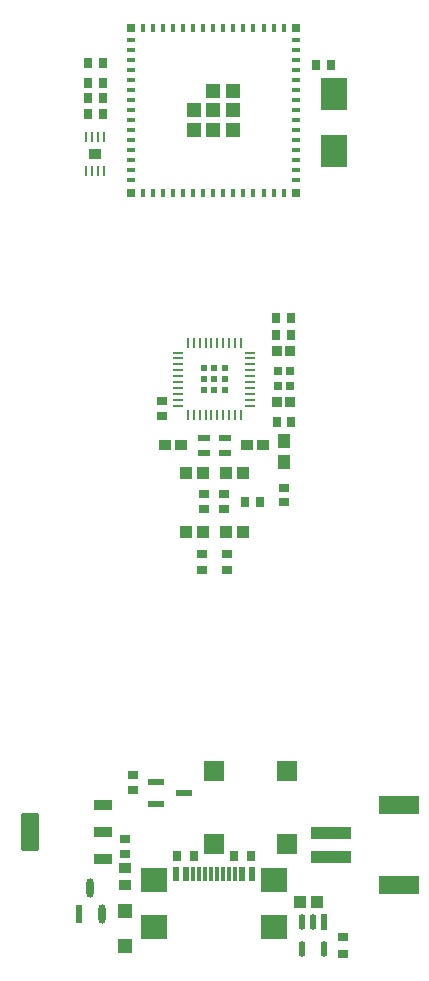
<source format=gtp>
G04*
G04 #@! TF.GenerationSoftware,Altium Limited,Altium Designer,24.3.1 (35)*
G04*
G04 Layer_Color=8421504*
%FSLAX26Y26*%
%MOIN*%
G70*
G04*
G04 #@! TF.SameCoordinates,DB0C34DD-40E0-41A4-B204-7B3182439FE1*
G04*
G04*
G04 #@! TF.FilePolarity,Positive*
G04*
G01*
G75*
%ADD14R,0.023622X0.023622*%
%ADD15R,0.023622X0.023622*%
%ADD16R,0.023622X0.023622*%
%ADD17R,0.023622X0.023622*%
%ADD18R,0.033464X0.009449*%
%ADD19R,0.033465X0.009449*%
%ADD20R,0.033465X0.009449*%
%ADD21R,0.033464X0.009449*%
%ADD22R,0.009449X0.033464*%
%ADD23R,0.009449X0.033465*%
%ADD24R,0.009449X0.033465*%
%ADD25R,0.009449X0.033464*%
%ADD26R,0.041411X0.033537*%
%ADD27R,0.137795X0.039370*%
%ADD28R,0.133858X0.059055*%
%ADD29R,0.070866X0.070866*%
%ADD30R,0.011811X0.045276*%
%ADD31R,0.023622X0.045276*%
%ADD32R,0.085827X0.078740*%
%ADD33R,0.029848X0.031974*%
%ADD34R,0.048032X0.049213*%
%ADD35R,0.031974X0.029848*%
G04:AMPARAMS|DCode=36|XSize=64.41mil|YSize=24.609mil|CornerRadius=12.304mil|HoleSize=0mil|Usage=FLASHONLY|Rotation=90.000|XOffset=0mil|YOffset=0mil|HoleType=Round|Shape=RoundedRectangle|*
%AMROUNDEDRECTD36*
21,1,0.064410,0.000000,0,0,90.0*
21,1,0.039802,0.024609,0,0,90.0*
1,1,0.024609,0.000000,0.019901*
1,1,0.024609,0.000000,-0.019901*
1,1,0.024609,0.000000,-0.019901*
1,1,0.024609,0.000000,0.019901*
%
%ADD36ROUNDEDRECTD36*%
%ADD37R,0.024609X0.064410*%
G04:AMPARAMS|DCode=38|XSize=124.016mil|YSize=57.087mil|CornerRadius=1.998mil|HoleSize=0mil|Usage=FLASHONLY|Rotation=270.000|XOffset=0mil|YOffset=0mil|HoleType=Round|Shape=RoundedRectangle|*
%AMROUNDEDRECTD38*
21,1,0.124016,0.053091,0,0,270.0*
21,1,0.120020,0.057087,0,0,270.0*
1,1,0.003996,-0.026545,-0.060010*
1,1,0.003996,-0.026545,0.060010*
1,1,0.003996,0.026545,0.060010*
1,1,0.003996,0.026545,-0.060010*
%
%ADD38ROUNDEDRECTD38*%
G04:AMPARAMS|DCode=39|XSize=35.433mil|YSize=57.087mil|CornerRadius=1.949mil|HoleSize=0mil|Usage=FLASHONLY|Rotation=270.000|XOffset=0mil|YOffset=0mil|HoleType=Round|Shape=RoundedRectangle|*
%AMROUNDEDRECTD39*
21,1,0.035433,0.053189,0,0,270.0*
21,1,0.031535,0.057087,0,0,270.0*
1,1,0.003898,-0.026594,-0.015768*
1,1,0.003898,-0.026594,0.015768*
1,1,0.003898,0.026594,0.015768*
1,1,0.003898,0.026594,-0.015768*
%
%ADD39ROUNDEDRECTD39*%
%ADD40R,0.041339X0.035433*%
G04:AMPARAMS|DCode=41|XSize=52.688mil|YSize=22.754mil|CornerRadius=11.377mil|HoleSize=0mil|Usage=FLASHONLY|Rotation=270.000|XOffset=0mil|YOffset=0mil|HoleType=Round|Shape=RoundedRectangle|*
%AMROUNDEDRECTD41*
21,1,0.052688,0.000000,0,0,270.0*
21,1,0.029934,0.022754,0,0,270.0*
1,1,0.022754,0.000000,-0.014967*
1,1,0.022754,0.000000,0.014967*
1,1,0.022754,0.000000,0.014967*
1,1,0.022754,0.000000,-0.014967*
%
%ADD41ROUNDEDRECTD41*%
%ADD42R,0.022754X0.052688*%
%ADD43R,0.035433X0.025591*%
%ADD44R,0.041339X0.043307*%
%ADD45R,0.043545X0.037725*%
%ADD46R,0.025591X0.029528*%
%ADD47R,0.033785X0.031974*%
%ADD48R,0.033465X0.029528*%
%ADD49R,0.039848X0.045498*%
%ADD50R,0.035433X0.029528*%
%ADD51R,0.031496X0.037402*%
%ADD52R,0.035433X0.027559*%
%ADD53R,0.039370X0.021654*%
%ADD54R,0.053150X0.023622*%
%ADD55R,0.029528X0.033465*%
%ADD56R,0.047244X0.047244*%
%ADD57R,0.015748X0.031496*%
%ADD58R,0.031496X0.015748*%
%ADD59R,0.031496X0.031496*%
%ADD60R,0.086614X0.110236*%
G04:AMPARAMS|DCode=61|XSize=33.9mil|YSize=9.421mil|CornerRadius=4.71mil|HoleSize=0mil|Usage=FLASHONLY|Rotation=90.000|XOffset=0mil|YOffset=0mil|HoleType=Round|Shape=RoundedRectangle|*
%AMROUNDEDRECTD61*
21,1,0.033900,0.000000,0,0,90.0*
21,1,0.024480,0.009421,0,0,90.0*
1,1,0.009421,0.000000,0.012240*
1,1,0.009421,0.000000,-0.012240*
1,1,0.009421,0.000000,-0.012240*
1,1,0.009421,0.000000,0.012240*
%
%ADD61ROUNDEDRECTD61*%
%ADD62R,0.009421X0.033900*%
%ADD63R,0.025591X0.035433*%
D14*
X3721433Y3322433D02*
D03*
D15*
X3721433Y3287000D02*
D03*
X3686000Y3322433D02*
D03*
Y3287000D02*
D03*
Y3251567D02*
D03*
X3650567Y3322433D02*
D03*
Y3287000D02*
D03*
D16*
X3721433Y3251567D02*
D03*
D17*
X3650567D02*
D03*
D18*
X3565921Y3375583D02*
D03*
X3565921Y3355898D02*
D03*
Y3336213D02*
D03*
X3565921Y3296842D02*
D03*
Y3277157D02*
D03*
X3565921Y3237787D02*
D03*
Y3218102D02*
D03*
X3565921Y3198417D02*
D03*
X3806079Y3375583D02*
D03*
Y3355898D02*
D03*
Y3336213D02*
D03*
Y3296842D02*
D03*
Y3277157D02*
D03*
Y3257472D02*
D03*
Y3237787D02*
D03*
Y3218102D02*
D03*
Y3198417D02*
D03*
D19*
X3565921Y3316528D02*
D03*
D20*
Y3257472D02*
D03*
D21*
X3806079Y3316528D02*
D03*
D22*
X3774583Y3407079D02*
D03*
X3754898Y3407079D02*
D03*
X3735213D02*
D03*
X3695843Y3407079D02*
D03*
X3676158D02*
D03*
X3636787Y3407079D02*
D03*
X3617102D02*
D03*
X3597417Y3407079D02*
D03*
X3774583Y3166921D02*
D03*
X3754898D02*
D03*
X3735213D02*
D03*
X3715528D02*
D03*
X3695843D02*
D03*
X3676158D02*
D03*
X3636787D02*
D03*
X3617102D02*
D03*
X3597417D02*
D03*
D23*
X3715528Y3407079D02*
D03*
D24*
X3656472D02*
D03*
D25*
Y3166921D02*
D03*
D26*
X3289000Y4037000D02*
D03*
D27*
X4074173Y1694630D02*
D03*
Y1773370D02*
D03*
D28*
X4300551Y1602110D02*
D03*
Y1865890D02*
D03*
D29*
X3928063Y1980063D02*
D03*
Y1737937D02*
D03*
X3685937D02*
D03*
Y1980063D02*
D03*
D30*
X3753898Y1638882D02*
D03*
X3734213D02*
D03*
X3714528D02*
D03*
X3694843D02*
D03*
X3675157D02*
D03*
X3655472D02*
D03*
X3635787D02*
D03*
X3616102D02*
D03*
D31*
X3779488D02*
D03*
X3590512D02*
D03*
X3810984D02*
D03*
X3559016D02*
D03*
D32*
X3886181Y1616244D02*
D03*
X3483819D02*
D03*
X3886181Y1461520D02*
D03*
X3483819D02*
D03*
D33*
X3893315Y3143000D02*
D03*
X3942685D02*
D03*
X3314685Y4342000D02*
D03*
X3265315D02*
D03*
X3314685Y4274000D02*
D03*
X3265315D02*
D03*
X3942370Y3491000D02*
D03*
X3893000D02*
D03*
X3941685Y3435000D02*
D03*
X3892315D02*
D03*
D34*
X3389000Y1513071D02*
D03*
Y1396929D02*
D03*
D35*
X3388000Y1705315D02*
D03*
Y1754685D02*
D03*
D36*
X3273000Y1589917D02*
D03*
X3310402Y1504083D02*
D03*
D37*
X3235598D02*
D03*
D38*
X3072937Y1778000D02*
D03*
D39*
X3315063Y1868551D02*
D03*
Y1778000D02*
D03*
Y1687449D02*
D03*
D40*
X3389000Y1659000D02*
D03*
Y1601913D02*
D03*
D41*
X4052402Y1389054D02*
D03*
X3977598D02*
D03*
Y1476945D02*
D03*
X4015000D02*
D03*
D42*
X4052402D02*
D03*
D43*
X4116000Y1428543D02*
D03*
Y1371457D02*
D03*
D44*
X3971441Y1543000D02*
D03*
X4026559D02*
D03*
X3725441Y2974000D02*
D03*
X3780559D02*
D03*
X3725441Y2776000D02*
D03*
X3780559D02*
D03*
X3591441Y2974000D02*
D03*
X3646559D02*
D03*
X3591441Y2776000D02*
D03*
X3646559D02*
D03*
D45*
X3793383Y3068000D02*
D03*
X3846617D02*
D03*
X3573617Y3067000D02*
D03*
X3520383D02*
D03*
D46*
X3936685Y3315591D02*
D03*
Y3264409D02*
D03*
X3897315D02*
D03*
Y3315591D02*
D03*
D47*
X3894284Y3380000D02*
D03*
X3939716D02*
D03*
Y3212000D02*
D03*
X3894284D02*
D03*
D48*
X3513000Y3213591D02*
D03*
Y3162410D02*
D03*
X3415000Y1967591D02*
D03*
Y1916409D02*
D03*
D49*
X3919000Y3010540D02*
D03*
Y3079460D02*
D03*
D50*
X3918000Y2923622D02*
D03*
Y2876378D02*
D03*
X3719000Y2902622D02*
D03*
Y2855378D02*
D03*
X3652000D02*
D03*
Y2902622D02*
D03*
D51*
X3839575Y2877000D02*
D03*
X3786425D02*
D03*
D52*
X3727000Y2651409D02*
D03*
Y2702590D02*
D03*
X3644000Y2651409D02*
D03*
Y2702590D02*
D03*
D53*
X3720000Y3090606D02*
D03*
Y3041394D02*
D03*
X3651000Y3090606D02*
D03*
Y3041394D02*
D03*
D54*
X3586244Y1908000D02*
D03*
X3491756Y1870599D02*
D03*
Y1945402D02*
D03*
D55*
X4074591Y4333000D02*
D03*
X4023410D02*
D03*
X3315591Y4171000D02*
D03*
X3264410D02*
D03*
X3315591Y4223000D02*
D03*
X3264410D02*
D03*
D56*
X3617575Y4183409D02*
D03*
Y4118449D02*
D03*
X3682535D02*
D03*
X3747496D02*
D03*
Y4183409D02*
D03*
Y4248370D02*
D03*
X3682535D02*
D03*
Y4183409D02*
D03*
D57*
X3448283Y4459000D02*
D03*
X3481748D02*
D03*
X3515213D02*
D03*
X3548677D02*
D03*
X3582142D02*
D03*
X3615606D02*
D03*
X3649071D02*
D03*
X3682535D02*
D03*
X3716000D02*
D03*
X3749465D02*
D03*
X3782929D02*
D03*
X3816394D02*
D03*
X3849858D02*
D03*
X3883323D02*
D03*
X3916787D02*
D03*
Y3907819D02*
D03*
X3883323D02*
D03*
X3849858D02*
D03*
X3816394D02*
D03*
X3782929D02*
D03*
X3749465D02*
D03*
X3716000D02*
D03*
X3682535D02*
D03*
X3649071D02*
D03*
X3615606D02*
D03*
X3582142D02*
D03*
X3548677D02*
D03*
X3515213D02*
D03*
X3481748D02*
D03*
X3448283D02*
D03*
D58*
X3958126Y4417661D02*
D03*
Y4384197D02*
D03*
Y4350732D02*
D03*
Y4317268D02*
D03*
Y4283803D02*
D03*
Y4250338D02*
D03*
Y4216874D02*
D03*
Y4183409D02*
D03*
Y4149945D02*
D03*
Y4116480D02*
D03*
Y4083016D02*
D03*
Y4049551D02*
D03*
Y4016087D02*
D03*
Y3982622D02*
D03*
Y3949157D02*
D03*
X3406945D02*
D03*
Y3982622D02*
D03*
Y4016087D02*
D03*
Y4049551D02*
D03*
Y4083016D02*
D03*
Y4116480D02*
D03*
Y4149945D02*
D03*
Y4183409D02*
D03*
Y4216874D02*
D03*
Y4250338D02*
D03*
Y4283803D02*
D03*
Y4317268D02*
D03*
Y4350732D02*
D03*
Y4384197D02*
D03*
Y4417661D02*
D03*
D59*
X3958126Y3907819D02*
D03*
Y4459000D02*
D03*
X3406945Y3907819D02*
D03*
Y4459000D02*
D03*
D60*
X4085000Y4236488D02*
D03*
Y4047512D02*
D03*
D61*
X3259472Y4093123D02*
D03*
X3279157D02*
D03*
X3298843D02*
D03*
X3318528D02*
D03*
Y3980877D02*
D03*
X3298843D02*
D03*
X3279157D02*
D03*
D62*
X3259472D02*
D03*
D63*
X3561457Y1696000D02*
D03*
X3618543D02*
D03*
X3808543D02*
D03*
X3751457D02*
D03*
M02*

</source>
